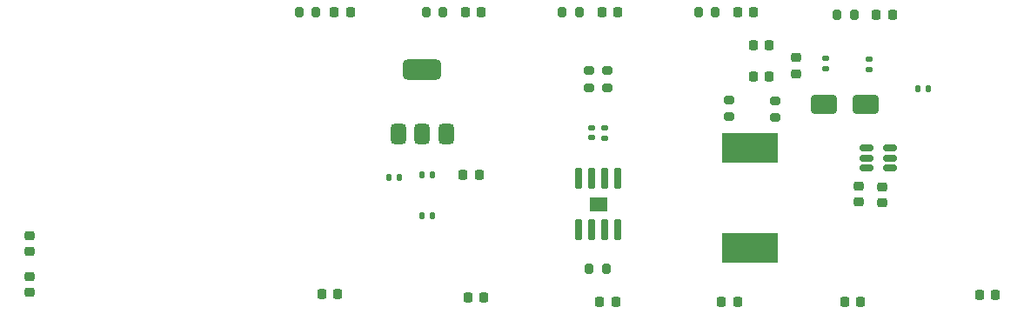
<source format=gbr>
%TF.GenerationSoftware,KiCad,Pcbnew,8.0.7*%
%TF.CreationDate,2024-12-28T13:40:39+03:00*%
%TF.ProjectId,FiveSwitch,46697665-5377-4697-9463-682e6b696361,rev?*%
%TF.SameCoordinates,Original*%
%TF.FileFunction,Paste,Top*%
%TF.FilePolarity,Positive*%
%FSLAX46Y46*%
G04 Gerber Fmt 4.6, Leading zero omitted, Abs format (unit mm)*
G04 Created by KiCad (PCBNEW 8.0.7) date 2024-12-28 13:40:39*
%MOMM*%
%LPD*%
G01*
G04 APERTURE LIST*
G04 Aperture macros list*
%AMRoundRect*
0 Rectangle with rounded corners*
0 $1 Rounding radius*
0 $2 $3 $4 $5 $6 $7 $8 $9 X,Y pos of 4 corners*
0 Add a 4 corners polygon primitive as box body*
4,1,4,$2,$3,$4,$5,$6,$7,$8,$9,$2,$3,0*
0 Add four circle primitives for the rounded corners*
1,1,$1+$1,$2,$3*
1,1,$1+$1,$4,$5*
1,1,$1+$1,$6,$7*
1,1,$1+$1,$8,$9*
0 Add four rect primitives between the rounded corners*
20,1,$1+$1,$2,$3,$4,$5,0*
20,1,$1+$1,$4,$5,$6,$7,0*
20,1,$1+$1,$6,$7,$8,$9,0*
20,1,$1+$1,$8,$9,$2,$3,0*%
G04 Aperture macros list end*
%ADD10C,0.010000*%
%ADD11RoundRect,0.200000X0.275000X-0.200000X0.275000X0.200000X-0.275000X0.200000X-0.275000X-0.200000X0*%
%ADD12RoundRect,0.225000X-0.250000X0.225000X-0.250000X-0.225000X0.250000X-0.225000X0.250000X0.225000X0*%
%ADD13RoundRect,0.225000X-0.225000X-0.250000X0.225000X-0.250000X0.225000X0.250000X-0.225000X0.250000X0*%
%ADD14RoundRect,0.200000X-0.275000X0.200000X-0.275000X-0.200000X0.275000X-0.200000X0.275000X0.200000X0*%
%ADD15RoundRect,0.200000X-0.200000X-0.275000X0.200000X-0.275000X0.200000X0.275000X-0.200000X0.275000X0*%
%ADD16RoundRect,0.200000X0.200000X0.275000X-0.200000X0.275000X-0.200000X-0.275000X0.200000X-0.275000X0*%
%ADD17RoundRect,0.147500X0.172500X-0.147500X0.172500X0.147500X-0.172500X0.147500X-0.172500X-0.147500X0*%
%ADD18RoundRect,0.225000X0.225000X0.250000X-0.225000X0.250000X-0.225000X-0.250000X0.225000X-0.250000X0*%
%ADD19RoundRect,0.135000X-0.135000X-0.185000X0.135000X-0.185000X0.135000X0.185000X-0.135000X0.185000X0*%
%ADD20R,5.400000X2.900000*%
%ADD21RoundRect,0.225000X0.250000X-0.225000X0.250000X0.225000X-0.250000X0.225000X-0.250000X-0.225000X0*%
%ADD22RoundRect,0.375000X0.375000X-0.625000X0.375000X0.625000X-0.375000X0.625000X-0.375000X-0.625000X0*%
%ADD23RoundRect,0.500000X1.400000X-0.500000X1.400000X0.500000X-1.400000X0.500000X-1.400000X-0.500000X0*%
%ADD24RoundRect,0.218750X-0.218750X-0.256250X0.218750X-0.256250X0.218750X0.256250X-0.218750X0.256250X0*%
%ADD25RoundRect,0.140000X-0.170000X0.140000X-0.170000X-0.140000X0.170000X-0.140000X0.170000X0.140000X0*%
%ADD26RoundRect,0.250000X-1.000000X-0.650000X1.000000X-0.650000X1.000000X0.650000X-1.000000X0.650000X0*%
%ADD27RoundRect,0.218750X0.256250X-0.218750X0.256250X0.218750X-0.256250X0.218750X-0.256250X-0.218750X0*%
%ADD28RoundRect,0.150000X-0.512500X-0.150000X0.512500X-0.150000X0.512500X0.150000X-0.512500X0.150000X0*%
%ADD29RoundRect,0.075000X0.225000X-0.910000X0.225000X0.910000X-0.225000X0.910000X-0.225000X-0.910000X0*%
G04 APERTURE END LIST*
D10*
%TO.C,U2*%
X156665000Y-79325000D02*
X155025000Y-79325000D01*
X155025000Y-78035000D01*
X156665000Y-78035000D01*
X156665000Y-79325000D01*
G36*
X156665000Y-79325000D02*
G01*
X155025000Y-79325000D01*
X155025000Y-78035000D01*
X156665000Y-78035000D01*
X156665000Y-79325000D01*
G37*
%TD*%
D11*
%TO.C,R8*%
X168612500Y-70200000D03*
X168612500Y-68550000D03*
%TD*%
D12*
%TO.C,C1*%
X100500000Y-85750000D03*
X100500000Y-87300000D03*
%TD*%
D13*
%TO.C,C17*%
X156200000Y-59975000D03*
X157750000Y-59975000D03*
%TD*%
D14*
%TO.C,R3*%
X156750000Y-65705000D03*
X156750000Y-67355000D03*
%TD*%
D13*
%TO.C,C3*%
X128950000Y-87435837D03*
X130500000Y-87435837D03*
%TD*%
D15*
%TO.C,R5*%
X126750000Y-59975000D03*
X128400000Y-59975000D03*
%TD*%
D12*
%TO.C,C6*%
X181250000Y-76950000D03*
X181250000Y-78500000D03*
%TD*%
D16*
%TO.C,R6*%
X156650000Y-84955000D03*
X155000000Y-84955000D03*
%TD*%
D14*
%TO.C,R4*%
X155000000Y-65705000D03*
X155000000Y-67355000D03*
%TD*%
D15*
%TO.C,R12*%
X165600000Y-59975000D03*
X167250000Y-59975000D03*
%TD*%
D17*
%TO.C,D2*%
X156500000Y-72250000D03*
X156500000Y-71280000D03*
%TD*%
D15*
%TO.C,R10*%
X139125000Y-59975000D03*
X140775000Y-59975000D03*
%TD*%
D18*
%TO.C,C9*%
X172525000Y-63250000D03*
X170975000Y-63250000D03*
%TD*%
D12*
%TO.C,C5*%
X183500000Y-77000000D03*
X183500000Y-78550000D03*
%TD*%
D19*
%TO.C,R1*%
X135480000Y-76100000D03*
X136500000Y-76100000D03*
%TD*%
D20*
%TO.C,L1*%
X170612500Y-73250000D03*
X170612500Y-82950000D03*
%TD*%
D21*
%TO.C,C2*%
X100500000Y-83300000D03*
X100500000Y-81750000D03*
%TD*%
D13*
%TO.C,C18*%
X169450000Y-59975000D03*
X171000000Y-59975000D03*
%TD*%
D22*
%TO.C,Q1*%
X136450000Y-71900000D03*
X138750000Y-71900000D03*
D23*
X138750000Y-65600000D03*
D22*
X141050000Y-71900000D03*
%TD*%
D24*
%TO.C,D1*%
X142712500Y-75850000D03*
X144287500Y-75850000D03*
%TD*%
D25*
%TO.C,C10*%
X178000000Y-64520000D03*
X178000000Y-65480000D03*
%TD*%
D13*
%TO.C,C15*%
X192950000Y-87500000D03*
X194500000Y-87500000D03*
%TD*%
D18*
%TO.C,C8*%
X172500000Y-66250000D03*
X170950000Y-66250000D03*
%TD*%
D26*
%TO.C,D4*%
X177862500Y-68950000D03*
X181862500Y-68950000D03*
%TD*%
D14*
%TO.C,R7*%
X173112500Y-68625000D03*
X173112500Y-70275000D03*
%TD*%
D27*
%TO.C,L2*%
X175112500Y-65987500D03*
X175112500Y-64412500D03*
%TD*%
D13*
%TO.C,C19*%
X182950000Y-60225000D03*
X184500000Y-60225000D03*
%TD*%
%TO.C,C16*%
X142950000Y-59975000D03*
X144500000Y-59975000D03*
%TD*%
D17*
%TO.C,D3*%
X155250000Y-72235000D03*
X155250000Y-71265000D03*
%TD*%
D15*
%TO.C,R13*%
X179125000Y-60225000D03*
X180775000Y-60225000D03*
%TD*%
D19*
%TO.C,R14*%
X138740000Y-79850000D03*
X139760000Y-79850000D03*
%TD*%
%TO.C,R9*%
X186975000Y-67500000D03*
X187995000Y-67500000D03*
%TD*%
D15*
%TO.C,R11*%
X152350000Y-59975000D03*
X154000000Y-59975000D03*
%TD*%
D13*
%TO.C,C7*%
X130200000Y-59975000D03*
X131750000Y-59975000D03*
%TD*%
%TO.C,C14*%
X179865702Y-88185837D03*
X181415702Y-88185837D03*
%TD*%
%TO.C,C13*%
X167880000Y-88185837D03*
X169430000Y-88185837D03*
%TD*%
D25*
%TO.C,C11*%
X182250000Y-64615000D03*
X182250000Y-65575000D03*
%TD*%
D28*
%TO.C,U1*%
X181975000Y-73250000D03*
X181975000Y-74200000D03*
X181975000Y-75150000D03*
X184250000Y-75150000D03*
X184250000Y-74200000D03*
X184250000Y-73250000D03*
%TD*%
D13*
%TO.C,C4*%
X143200000Y-87750000D03*
X144750000Y-87750000D03*
%TD*%
D29*
%TO.C,U2*%
X153940000Y-81155000D03*
X155210000Y-81155000D03*
X156480000Y-81155000D03*
X157750000Y-81155000D03*
X157750000Y-76205000D03*
X156480000Y-76205000D03*
X155210000Y-76205000D03*
X153940000Y-76205000D03*
%TD*%
D19*
%TO.C,R2*%
X138740000Y-75850000D03*
X139760000Y-75850000D03*
%TD*%
D13*
%TO.C,C12*%
X156020702Y-88185837D03*
X157570702Y-88185837D03*
%TD*%
M02*

</source>
